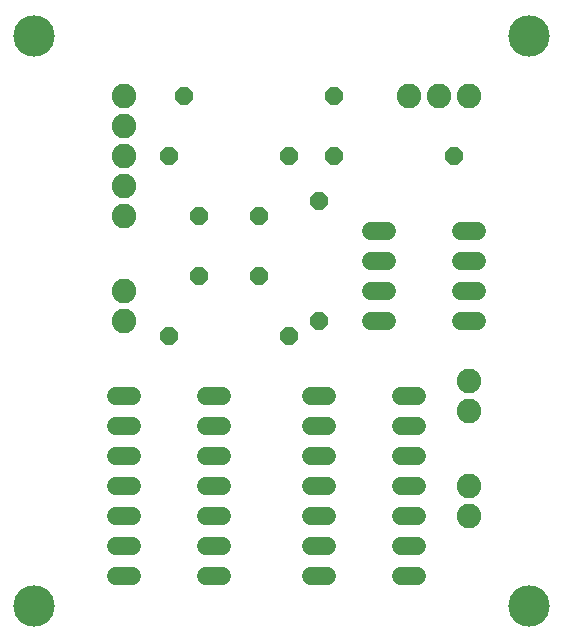
<source format=gts>
G75*
G70*
%OFA0B0*%
%FSLAX24Y24*%
%IPPOS*%
%LPD*%
%AMOC8*
5,1,8,0,0,1.08239X$1,22.5*
%
%ADD10C,0.0600*%
%ADD11OC8,0.0600*%
%ADD12C,0.0820*%
%ADD13C,0.1380*%
D10*
X004341Y002601D02*
X004861Y002601D01*
X004861Y003601D02*
X004341Y003601D01*
X004341Y004601D02*
X004861Y004601D01*
X004861Y005601D02*
X004341Y005601D01*
X004341Y006601D02*
X004861Y006601D01*
X004861Y007601D02*
X004341Y007601D01*
X004341Y008601D02*
X004861Y008601D01*
X007341Y008601D02*
X007861Y008601D01*
X007861Y007601D02*
X007341Y007601D01*
X007341Y006601D02*
X007861Y006601D01*
X007861Y005601D02*
X007341Y005601D01*
X007341Y004601D02*
X007861Y004601D01*
X007861Y003601D02*
X007341Y003601D01*
X007341Y002601D02*
X007861Y002601D01*
X010841Y002601D02*
X011361Y002601D01*
X011361Y003601D02*
X010841Y003601D01*
X010841Y004601D02*
X011361Y004601D01*
X011361Y005601D02*
X010841Y005601D01*
X010841Y006601D02*
X011361Y006601D01*
X011361Y007601D02*
X010841Y007601D01*
X010841Y008601D02*
X011361Y008601D01*
X013841Y008601D02*
X014361Y008601D01*
X014361Y007601D02*
X013841Y007601D01*
X013841Y006601D02*
X014361Y006601D01*
X014361Y005601D02*
X013841Y005601D01*
X013841Y004601D02*
X014361Y004601D01*
X014361Y003601D02*
X013841Y003601D01*
X013841Y002601D02*
X014361Y002601D01*
X013361Y011101D02*
X012841Y011101D01*
X012841Y012101D02*
X013361Y012101D01*
X013361Y013101D02*
X012841Y013101D01*
X012841Y014101D02*
X013361Y014101D01*
X015841Y014101D02*
X016361Y014101D01*
X016361Y013101D02*
X015841Y013101D01*
X015841Y012101D02*
X016361Y012101D01*
X016361Y011101D02*
X015841Y011101D01*
D11*
X011101Y011101D03*
X010101Y010601D03*
X009101Y012601D03*
X009101Y014601D03*
X010101Y016601D03*
X011101Y015101D03*
X011601Y016601D03*
X011601Y018601D03*
X015601Y016601D03*
X007101Y014601D03*
X007101Y012601D03*
X006101Y010601D03*
X006101Y016601D03*
X006601Y018601D03*
D12*
X004601Y018601D03*
X004601Y017601D03*
X004601Y016601D03*
X004601Y015601D03*
X004601Y014601D03*
X004601Y012101D03*
X004601Y011101D03*
X014101Y018601D03*
X015101Y018601D03*
X016101Y018601D03*
X016101Y009101D03*
X016101Y008101D03*
X016101Y005601D03*
X016101Y004601D03*
D13*
X001601Y001601D03*
X018101Y001601D03*
X018101Y020601D03*
X001601Y020601D03*
M02*

</source>
